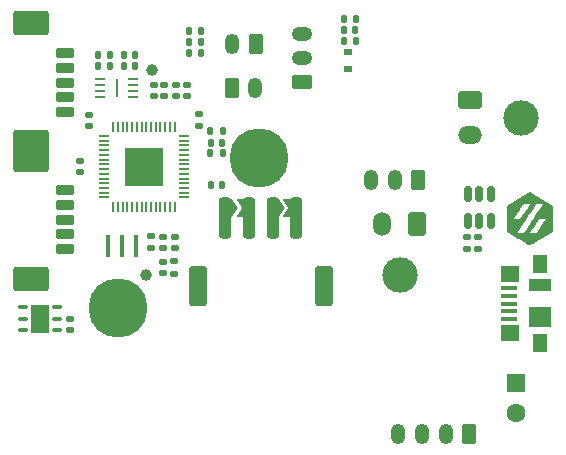
<source format=gts>
G04 Layer: TopLayer*
G04 EasyEDA v6.5.9, 2022-08-01 21:18:00*
G04 ac5e******************************************aa,10*
G04 Gerber Generator version 0.2*
G04 Scale: 100 percent, Rotated: No, Reflected: No *
G04 Dimensions in millimeters *
G04 leading zeros omitted , absolute positions ,4 integer and 5 decimal *
%TF.GenerationSoftware,KiCad,Pcbnew,(6.0.6)*%
%TF.CreationDate,2022-09-22T21:47:15+08:00*%
%TF.ProjectId,Stealthburner_Toolhead_PCB,53746561-6c74-4686-9275-726e65725f54,rev?*%
%TF.SameCoordinates,Original*%
%TF.FileFunction,Soldermask,Top*%
%TF.FilePolarity,Negative*%
%FSLAX46Y46*%
G04 Gerber Fmt 4.6, Leading zero omitted, Abs format (unit mm)*
G04 Created by KiCad (PCBNEW (6.0.6)) date 2022-09-22 21:47:15*
%MOMM*%
%LPD*%
G01*
G04 APERTURE LIST*
G04 Aperture macros list*
%AMRoundRect*
0 Rectangle with rounded corners*
0 $1 Rounding radius*
0 $2 $3 $4 $5 $6 $7 $8 $9 X,Y pos of 4 corners*
0 Add a 4 corners polygon primitive as box body*
4,1,4,$2,$3,$4,$5,$6,$7,$8,$9,$2,$3,0*
0 Add four circle primitives for the rounded corners*
1,1,$1+$1,$2,$3*
1,1,$1+$1,$4,$5*
1,1,$1+$1,$6,$7*
1,1,$1+$1,$8,$9*
0 Add four rect primitives between the rounded corners*
20,1,$1+$1,$2,$3,$4,$5,0*
20,1,$1+$1,$4,$5,$6,$7,0*
20,1,$1+$1,$6,$7,$8,$9,0*
20,1,$1+$1,$8,$9,$2,$3,0*%
%AMFreePoly0*
4,1,6,1.000000,0.000000,0.500000,-0.750000,-0.500000,-0.750000,-0.500000,0.750000,0.500000,0.750000,1.000000,0.000000,1.000000,0.000000,$1*%
%AMFreePoly1*
4,1,6,0.500000,-0.750000,-0.650000,-0.750000,-0.150000,0.000000,-0.650000,0.750000,0.500000,0.750000,0.500000,-0.750000,0.500000,-0.750000,$1*%
G04 Aperture macros list end*
%ADD10RoundRect,0.140000X-0.170000X0.140000X-0.170000X-0.140000X0.170000X-0.140000X0.170000X0.140000X0*%
%ADD11RoundRect,0.140000X0.170000X-0.140000X0.170000X0.140000X-0.170000X0.140000X-0.170000X-0.140000X0*%
%ADD12RoundRect,0.250000X-0.350000X-0.625000X0.350000X-0.625000X0.350000X0.625000X-0.350000X0.625000X0*%
%ADD13O,1.200000X1.750000*%
%ADD14R,0.812800X0.177800*%
%ADD15R,0.177800X0.812800*%
%ADD16R,3.200400X3.200400*%
%ADD17RoundRect,0.140000X-0.140000X-0.170000X0.140000X-0.170000X0.140000X0.170000X-0.140000X0.170000X0*%
%ADD18FreePoly0,0.000000*%
%ADD19FreePoly1,0.000000*%
%ADD20C,3.000000*%
%ADD21RoundRect,0.250001X0.499999X0.759999X-0.499999X0.759999X-0.499999X-0.759999X0.499999X-0.759999X0*%
%ADD22O,1.500000X2.020000*%
%ADD23RoundRect,0.135000X0.135000X0.185000X-0.135000X0.185000X-0.135000X-0.185000X0.135000X-0.185000X0*%
%ADD24RoundRect,0.200000X-0.600000X0.200000X-0.600000X-0.200000X0.600000X-0.200000X0.600000X0.200000X0*%
%ADD25RoundRect,0.250001X-1.249999X0.799999X-1.249999X-0.799999X1.249999X-0.799999X1.249999X0.799999X0*%
%ADD26R,1.600000X1.600000*%
%ADD27C,1.600000*%
%ADD28C,1.000000*%
%ADD29RoundRect,0.135000X-0.135000X-0.185000X0.135000X-0.185000X0.135000X0.185000X-0.135000X0.185000X0*%
%ADD30RoundRect,0.250000X-0.250000X-1.500000X0.250000X-1.500000X0.250000X1.500000X-0.250000X1.500000X0*%
%ADD31RoundRect,0.250001X-0.499999X-1.449999X0.499999X-1.449999X0.499999X1.449999X-0.499999X1.449999X0*%
%ADD32C,5.000000*%
%ADD33R,0.700000X0.600000*%
%ADD34RoundRect,0.250000X0.625000X-0.350000X0.625000X0.350000X-0.625000X0.350000X-0.625000X-0.350000X0*%
%ADD35O,1.750000X1.200000*%
%ADD36RoundRect,0.250000X0.350000X0.625000X-0.350000X0.625000X-0.350000X-0.625000X0.350000X-0.625000X0*%
%ADD37RoundRect,0.140000X0.140000X0.170000X-0.140000X0.170000X-0.140000X-0.170000X0.140000X-0.170000X0*%
%ADD38RoundRect,0.135000X-0.185000X0.135000X-0.185000X-0.135000X0.185000X-0.135000X0.185000X0.135000X0*%
%ADD39R,0.400000X1.900000*%
%ADD40RoundRect,0.100000X-0.300000X-0.100000X0.300000X-0.100000X0.300000X0.100000X-0.300000X0.100000X0*%
%ADD41R,1.500000X2.400000*%
%ADD42RoundRect,0.135000X0.185000X-0.135000X0.185000X0.135000X-0.185000X0.135000X-0.185000X-0.135000X0*%
%ADD43RoundRect,0.250001X-0.759999X0.499999X-0.759999X-0.499999X0.759999X-0.499999X0.759999X0.499999X0*%
%ADD44O,2.020000X1.500000*%
%ADD45R,0.812800X0.254000*%
%ADD46R,0.203200X1.600200*%
%ADD47RoundRect,0.150000X-0.150000X0.512500X-0.150000X-0.512500X0.150000X-0.512500X0.150000X0.512500X0*%
%ADD48R,1.380000X0.450000*%
%ADD49R,1.550000X1.425000*%
%ADD50R,1.300000X1.650000*%
%ADD51R,1.900000X1.000000*%
%ADD52R,1.900000X1.800000*%
G04 APERTURE END LIST*
%TO.C,G\u002A\u002A\u002A*%
G36*
X142531502Y-112658776D02*
G01*
X143503351Y-112098286D01*
X144475200Y-111537798D01*
X145447049Y-112098286D01*
X146418898Y-112658776D01*
X146418898Y-114925193D01*
X145451447Y-115483859D01*
X145282606Y-115581280D01*
X145122856Y-115673305D01*
X144974785Y-115758452D01*
X144840982Y-115835241D01*
X144724034Y-115902190D01*
X144626530Y-115957818D01*
X144551058Y-116000644D01*
X144500205Y-116029187D01*
X144476561Y-116041966D01*
X144475200Y-116042525D01*
X144458838Y-116033962D01*
X144414614Y-116009261D01*
X144345117Y-115969903D01*
X144252934Y-115917369D01*
X144140653Y-115853140D01*
X144010864Y-115778697D01*
X143866153Y-115695521D01*
X143709109Y-115605094D01*
X143542320Y-115508896D01*
X143498954Y-115483859D01*
X142686640Y-115014779D01*
X143384618Y-115014779D01*
X143401225Y-115017661D01*
X143447115Y-115020126D01*
X143516390Y-115021996D01*
X143603155Y-115023091D01*
X143665164Y-115023302D01*
X143945709Y-115023302D01*
X143963426Y-114999879D01*
X144480424Y-114999879D01*
X144492995Y-115008929D01*
X144533819Y-115016014D01*
X144596024Y-115021119D01*
X144672737Y-115024225D01*
X144757086Y-115025315D01*
X144842197Y-115024373D01*
X144921200Y-115021380D01*
X144987219Y-115016320D01*
X145033384Y-115009176D01*
X145051997Y-115001314D01*
X145065398Y-114982205D01*
X145095945Y-114936958D01*
X145141470Y-114868839D01*
X145199801Y-114781114D01*
X145268769Y-114677048D01*
X145346203Y-114559905D01*
X145429935Y-114432953D01*
X145458184Y-114390061D01*
X145846148Y-113800795D01*
X145561927Y-113795946D01*
X145446650Y-113794759D01*
X145362460Y-113795864D01*
X145305321Y-113799493D01*
X145271201Y-113805880D01*
X145257388Y-113813536D01*
X145242677Y-113833768D01*
X145211566Y-113879358D01*
X145166618Y-113946396D01*
X145110395Y-114030970D01*
X145045457Y-114129169D01*
X144974367Y-114237081D01*
X144899686Y-114350794D01*
X144823977Y-114466397D01*
X144749800Y-114579979D01*
X144679719Y-114687628D01*
X144616293Y-114785432D01*
X144562085Y-114869481D01*
X144519658Y-114935862D01*
X144491572Y-114980664D01*
X144480424Y-114999879D01*
X143963426Y-114999879D01*
X143988951Y-114966134D01*
X144005913Y-114941847D01*
X144039792Y-114891706D01*
X144088829Y-114818379D01*
X144151269Y-114724536D01*
X144225355Y-114612847D01*
X144309331Y-114485982D01*
X144401441Y-114346610D01*
X144499928Y-114197400D01*
X144603036Y-114041023D01*
X144709008Y-113880147D01*
X144816088Y-113717443D01*
X144922520Y-113555580D01*
X145026546Y-113397227D01*
X145126412Y-113245055D01*
X145220360Y-113101732D01*
X145306634Y-112969929D01*
X145383477Y-112852314D01*
X145449134Y-112751558D01*
X145501847Y-112670331D01*
X145539861Y-112611301D01*
X145561418Y-112577138D01*
X145565782Y-112569477D01*
X145549175Y-112566508D01*
X145503285Y-112563969D01*
X145434010Y-112562043D01*
X145347245Y-112560916D01*
X145285236Y-112560698D01*
X145004691Y-112560698D01*
X144961500Y-112617866D01*
X144944629Y-112642043D01*
X144910836Y-112692086D01*
X144861876Y-112765323D01*
X144799506Y-112859087D01*
X144725482Y-112970708D01*
X144641559Y-113097516D01*
X144549495Y-113236842D01*
X144451044Y-113386017D01*
X144347963Y-113542371D01*
X144242008Y-113703236D01*
X144134935Y-113865942D01*
X144028501Y-114027819D01*
X143924461Y-114186199D01*
X143824571Y-114338411D01*
X143730587Y-114481788D01*
X143644267Y-114613658D01*
X143567365Y-114731354D01*
X143501637Y-114832206D01*
X143448840Y-114913545D01*
X143410731Y-114972700D01*
X143389064Y-115007004D01*
X143384618Y-115014779D01*
X142686640Y-115014779D01*
X142531502Y-114925193D01*
X142531502Y-113770444D01*
X143114190Y-113770444D01*
X143115604Y-113778813D01*
X143134327Y-113784595D01*
X143174319Y-113788038D01*
X143239540Y-113789391D01*
X143333948Y-113788903D01*
X143394079Y-113788034D01*
X143687590Y-113783205D01*
X144081178Y-113185144D01*
X144166447Y-113055270D01*
X144245374Y-112934466D01*
X144315918Y-112825900D01*
X144376036Y-112732741D01*
X144423689Y-112658156D01*
X144456835Y-112605312D01*
X144473434Y-112577379D01*
X144474983Y-112573891D01*
X144458722Y-112567490D01*
X144414409Y-112563037D01*
X144349107Y-112560422D01*
X144269885Y-112559537D01*
X144183809Y-112560276D01*
X144097944Y-112562530D01*
X144019357Y-112566192D01*
X143955115Y-112571153D01*
X143912283Y-112577306D01*
X143898422Y-112582686D01*
X143886013Y-112600571D01*
X143856835Y-112643986D01*
X143813441Y-112709061D01*
X143758386Y-112791929D01*
X143694223Y-112888722D01*
X143623507Y-112995570D01*
X143548791Y-113108605D01*
X143472631Y-113223960D01*
X143397579Y-113337766D01*
X143326191Y-113446154D01*
X143261020Y-113545256D01*
X143204621Y-113631204D01*
X143159547Y-113700130D01*
X143128353Y-113748164D01*
X143114190Y-113770444D01*
X142531502Y-113770444D01*
X142531502Y-112658776D01*
G37*
%TD*%
D10*
%TO.C,C24*%
X113434800Y-115296400D03*
X113434800Y-116256400D03*
%TD*%
D11*
%TO.C,C16*%
X114554000Y-103400800D03*
X114554000Y-102440800D03*
%TD*%
D12*
%TO.C,J4*%
X119243600Y-102726400D03*
D13*
X121243600Y-102726400D03*
%TD*%
D14*
%TO.C,U7*%
X108407200Y-106772075D03*
X108407200Y-107172125D03*
X108407200Y-107572175D03*
X108407200Y-107972225D03*
X108407200Y-108372275D03*
X108407200Y-108772325D03*
X108407200Y-109172375D03*
X108407200Y-109572425D03*
X108407200Y-109972475D03*
X108407200Y-110372525D03*
X108407200Y-110772575D03*
X108407200Y-111172625D03*
X108407200Y-111572675D03*
X108407200Y-111972725D03*
D15*
X109210475Y-112776000D03*
X109610525Y-112776000D03*
X110010575Y-112776000D03*
X110410625Y-112776000D03*
X110810675Y-112776000D03*
X111210725Y-112776000D03*
X111610775Y-112776000D03*
X112010825Y-112776000D03*
X112410875Y-112776000D03*
X112810925Y-112776000D03*
X113210975Y-112776000D03*
X113611025Y-112776000D03*
X114011075Y-112776000D03*
X114411125Y-112776000D03*
D14*
X115214400Y-111972725D03*
X115214400Y-111572675D03*
X115214400Y-111172625D03*
X115214400Y-110772575D03*
X115214400Y-110372525D03*
X115214400Y-109972475D03*
X115214400Y-109572425D03*
X115214400Y-109172375D03*
X115214400Y-108772325D03*
X115214400Y-108372275D03*
X115214400Y-107972225D03*
X115214400Y-107572175D03*
X115214400Y-107172125D03*
X115214400Y-106772075D03*
D15*
X114411125Y-105968800D03*
X114011075Y-105968800D03*
X113611025Y-105968800D03*
X113210975Y-105968800D03*
X112810925Y-105968800D03*
X112410875Y-105968800D03*
X112010825Y-105968800D03*
X111610775Y-105968800D03*
X111210725Y-105968800D03*
X110810675Y-105968800D03*
X110410625Y-105968800D03*
X110010575Y-105968800D03*
X109610525Y-105968800D03*
X109210475Y-105968800D03*
D16*
X111810800Y-109372400D03*
%TD*%
D17*
%TO.C,C19*%
X117477600Y-110896400D03*
X118437600Y-110896400D03*
%TD*%
D18*
%TO.C,JP4*%
X118793600Y-112826800D03*
D19*
X120243600Y-112826800D03*
%TD*%
D20*
%TO.C,J9*%
X133451600Y-118561600D03*
D21*
X134951600Y-114241600D03*
D22*
X131951600Y-114241600D03*
%TD*%
D23*
%TO.C,R5*%
X108968000Y-100838000D03*
X107948000Y-100838000D03*
%TD*%
D24*
%TO.C,J7*%
X105168400Y-111342800D03*
X105168400Y-112592800D03*
X105168400Y-113842800D03*
X105168400Y-115092800D03*
X105168400Y-116342800D03*
D25*
X102268400Y-118892800D03*
X102268400Y-108792800D03*
%TD*%
D18*
%TO.C,JP3*%
X122756000Y-112826800D03*
D19*
X124206000Y-112826800D03*
%TD*%
D26*
%TO.C,C32*%
X143306800Y-127711200D03*
D27*
X143306800Y-130211200D03*
%TD*%
D28*
%TO.C,J3*%
X112471200Y-101142800D03*
%TD*%
D11*
%TO.C,C18*%
X115468400Y-103400800D03*
X115468400Y-102440800D03*
%TD*%
D29*
%TO.C,R14*%
X115618800Y-97891600D03*
X116638800Y-97891600D03*
%TD*%
D23*
%TO.C,R7*%
X129745200Y-96875600D03*
X128725200Y-96875600D03*
%TD*%
D30*
%TO.C,J11*%
X118716800Y-113685200D03*
X120716800Y-113685200D03*
X122716800Y-113685200D03*
X124716800Y-113685200D03*
D31*
X127066800Y-119435200D03*
X116366800Y-119435200D03*
%TD*%
D11*
%TO.C,C15*%
X112623600Y-103400800D03*
X112623600Y-102440800D03*
%TD*%
%TO.C,C23*%
X106426000Y-109852400D03*
X106426000Y-108892400D03*
%TD*%
D32*
%TO.C,H2*%
X121564400Y-108661200D03*
%TD*%
D33*
%TO.C,D2*%
X129082800Y-101080800D03*
X129082800Y-99680800D03*
%TD*%
D29*
%TO.C,R12*%
X117447600Y-108204000D03*
X118467600Y-108204000D03*
%TD*%
D34*
%TO.C,J2*%
X125222000Y-102177600D03*
D35*
X125222000Y-100177600D03*
X125222000Y-98177600D03*
%TD*%
D11*
%TO.C,C4*%
X113436400Y-118386800D03*
X113436400Y-117426800D03*
%TD*%
D36*
%TO.C,J8*%
X135045200Y-110481200D03*
D13*
X133045200Y-110481200D03*
X131045200Y-110481200D03*
%TD*%
D32*
%TO.C,H1*%
X109575600Y-121361200D03*
%TD*%
D10*
%TO.C,C29*%
X105511600Y-122252800D03*
X105511600Y-123212800D03*
%TD*%
D37*
%TO.C,C13*%
X118437600Y-107340400D03*
X117477600Y-107340400D03*
%TD*%
D28*
%TO.C,TP1*%
X111963200Y-118567200D03*
%TD*%
D23*
%TO.C,R4*%
X108968000Y-99923600D03*
X107948000Y-99923600D03*
%TD*%
D38*
%TO.C,R11*%
X112369600Y-115266400D03*
X112369600Y-116286400D03*
%TD*%
%TO.C,R8*%
X139192000Y-115314000D03*
X139192000Y-116334000D03*
%TD*%
D39*
%TO.C,Y1*%
X108780400Y-116081200D03*
X109980400Y-116081200D03*
X111180400Y-116081200D03*
%TD*%
D23*
%TO.C,R6*%
X129745200Y-98704400D03*
X128725200Y-98704400D03*
%TD*%
D37*
%TO.C,C17*%
X116608800Y-98806000D03*
X115648800Y-98806000D03*
%TD*%
D40*
%TO.C,U9*%
X101572400Y-121224800D03*
X101572400Y-122224800D03*
X101572400Y-123224800D03*
X104472400Y-123224800D03*
X104472400Y-122224800D03*
X104472400Y-121224800D03*
D41*
X103022400Y-122224800D03*
%TD*%
D24*
%TO.C,J10*%
X105168400Y-99760400D03*
X105168400Y-101010400D03*
X105168400Y-102260400D03*
X105168400Y-103510400D03*
X105168400Y-104760400D03*
D25*
X102268400Y-97210400D03*
X102268400Y-107310400D03*
%TD*%
D42*
%TO.C,R10*%
X140106400Y-116334000D03*
X140106400Y-115314000D03*
%TD*%
D20*
%TO.C,J1*%
X143766000Y-105206800D03*
D43*
X139446000Y-103706800D03*
D44*
X139446000Y-106706800D03*
%TD*%
D11*
%TO.C,C21*%
X113538000Y-103400800D03*
X113538000Y-102440800D03*
%TD*%
%TO.C,C20*%
X116433600Y-105890000D03*
X116433600Y-104930000D03*
%TD*%
D45*
%TO.C,U4*%
X108126400Y-101967599D03*
X108126400Y-102467600D03*
X108126400Y-102967600D03*
X108126400Y-103467601D03*
X110923200Y-103467601D03*
X110923200Y-102967600D03*
X110923200Y-102467600D03*
X110923200Y-101967599D03*
D46*
X109524800Y-102717600D03*
%TD*%
D29*
%TO.C,R15*%
X115618800Y-99720400D03*
X116638800Y-99720400D03*
%TD*%
D37*
%TO.C,C3*%
X111071600Y-99923600D03*
X110111600Y-99923600D03*
%TD*%
D17*
%TO.C,C11*%
X128755200Y-97790000D03*
X129715200Y-97790000D03*
%TD*%
D11*
%TO.C,C22*%
X107137200Y-105940800D03*
X107137200Y-104980800D03*
%TD*%
D47*
%TO.C,U5*%
X141158000Y-111689300D03*
X140208000Y-111689300D03*
X139258000Y-111689300D03*
X139258000Y-113964300D03*
X140208000Y-113964300D03*
X141158000Y-113964300D03*
%TD*%
D38*
%TO.C,R1*%
X114350800Y-117396800D03*
X114350800Y-118416800D03*
%TD*%
D37*
%TO.C,C2*%
X111071600Y-100838000D03*
X110111600Y-100838000D03*
%TD*%
D10*
%TO.C,C14*%
X114452400Y-115293200D03*
X114452400Y-116253200D03*
%TD*%
D36*
%TO.C,J6*%
X121259600Y-99009200D03*
D13*
X119259600Y-99009200D03*
%TD*%
D29*
%TO.C,R9*%
X117447600Y-106322400D03*
X118467600Y-106322400D03*
%TD*%
D48*
%TO.C,J5*%
X142710400Y-122254800D03*
X142710400Y-121604800D03*
X142710400Y-120954800D03*
X142710400Y-120304800D03*
X142710400Y-119654800D03*
D49*
X142795400Y-123442300D03*
X142795400Y-118467300D03*
D50*
X145370400Y-117579800D03*
D51*
X145370400Y-119404800D03*
D50*
X145370400Y-124329800D03*
D52*
X145370400Y-122104800D03*
%TD*%
D36*
%TO.C,J12*%
X139347200Y-131987200D03*
D13*
X137347200Y-131987200D03*
X135347200Y-131987200D03*
X133347200Y-131987200D03*
%TD*%
M02*

</source>
